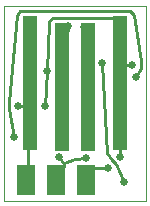
<source format=gbl>
G04 (created by PCBNEW (2013-jul-07)-stable) date Thu 23 Oct 2014 12:14:03 PM EDT*
%MOIN*%
G04 Gerber Fmt 3.4, Leading zero omitted, Abs format*
%FSLAX34Y34*%
G01*
G70*
G90*
G04 APERTURE LIST*
%ADD10C,0.00590551*%
%ADD11C,0.00393701*%
%ADD12R,0.05X0.45*%
%ADD13R,0.05X0.425*%
%ADD14R,0.06X0.1*%
%ADD15C,0.025*%
%ADD16C,0.01*%
G04 APERTURE END LIST*
G54D10*
G54D11*
X24803Y-22244D02*
X24803Y-22047D01*
X20078Y-22244D02*
X24803Y-22244D01*
X20078Y-22047D02*
X20078Y-22244D01*
X20078Y-20472D02*
X20078Y-22047D01*
X24803Y-20472D02*
X24803Y-22047D01*
X20078Y-20472D02*
X20078Y-15748D01*
X24803Y-15748D02*
X24803Y-20472D01*
X20078Y-15748D02*
X24803Y-15748D01*
G54D12*
X23940Y-18333D03*
G54D13*
X22865Y-18458D03*
X22015Y-18458D03*
G54D12*
X20940Y-18333D03*
G54D14*
X22806Y-21549D03*
X21806Y-21549D03*
X20806Y-21549D03*
G54D15*
X24076Y-21617D03*
X23347Y-17651D03*
X24353Y-17712D03*
X21517Y-17943D03*
X21424Y-19110D03*
X23531Y-21148D03*
X23945Y-20783D03*
X20525Y-19091D03*
X21893Y-20807D03*
X22820Y-20811D03*
X22745Y-16444D03*
X22192Y-16417D03*
X20410Y-20136D03*
X24467Y-18117D03*
G54D16*
X23806Y-21034D02*
X24076Y-21617D01*
X23670Y-20897D02*
X23806Y-21034D01*
X23490Y-20666D02*
X23670Y-20897D01*
X23347Y-17651D02*
X23490Y-20666D01*
X23106Y-21148D02*
X23531Y-21148D01*
X23056Y-21148D02*
X23106Y-21148D01*
X22806Y-21549D02*
X23056Y-21148D01*
X21565Y-16300D02*
X21517Y-17943D01*
X21582Y-16257D02*
X21565Y-16300D01*
X21689Y-16149D02*
X21582Y-16257D01*
X21957Y-16149D02*
X21689Y-16149D01*
X22291Y-16149D02*
X21957Y-16149D01*
X22546Y-16149D02*
X22291Y-16149D01*
X22924Y-16149D02*
X22546Y-16149D01*
X23690Y-16149D02*
X22924Y-16149D01*
X23740Y-16149D02*
X23690Y-16149D01*
X23940Y-18333D02*
X23740Y-16149D01*
X21517Y-17943D02*
X21424Y-19110D01*
X24190Y-17712D02*
X24353Y-17712D01*
X24140Y-17712D02*
X24190Y-17712D01*
X23940Y-18333D02*
X24140Y-17712D01*
X23945Y-20533D02*
X23940Y-18333D01*
X23945Y-20583D02*
X23945Y-20533D01*
X23945Y-20783D02*
X23945Y-20583D01*
X20690Y-19091D02*
X20525Y-19091D01*
X20740Y-19091D02*
X20690Y-19091D01*
X20940Y-18333D02*
X20740Y-19091D01*
X20873Y-21099D02*
X20806Y-21549D01*
X20873Y-21049D02*
X20873Y-21099D01*
X20873Y-20583D02*
X20873Y-21049D01*
X20873Y-20533D02*
X20873Y-20583D01*
X20940Y-18333D02*
X20873Y-20533D01*
X21893Y-20807D02*
X22056Y-21028D01*
X22423Y-20849D02*
X22820Y-20811D01*
X22085Y-20999D02*
X22423Y-20849D01*
X22056Y-21028D02*
X22085Y-20999D01*
X22056Y-21049D02*
X22056Y-21028D01*
X22056Y-21099D02*
X22056Y-21049D01*
X21806Y-21549D02*
X22056Y-21099D01*
X22865Y-16583D02*
X22745Y-16444D01*
X22865Y-18458D02*
X22865Y-16583D01*
X22192Y-16417D02*
X22015Y-18458D01*
X24635Y-17828D02*
X24467Y-18117D01*
X24635Y-17595D02*
X24635Y-17828D01*
X24390Y-16050D02*
X24635Y-17595D01*
X24358Y-16014D02*
X24390Y-16050D01*
X24260Y-15916D02*
X24358Y-16014D01*
X20760Y-15916D02*
X24260Y-15916D01*
X20621Y-15916D02*
X20760Y-15916D01*
X20523Y-16014D02*
X20621Y-15916D01*
X20490Y-16050D02*
X20523Y-16014D01*
X20246Y-18975D02*
X20490Y-16050D01*
X20246Y-19206D02*
X20246Y-18975D01*
X20410Y-20136D02*
X20246Y-19206D01*
M02*

</source>
